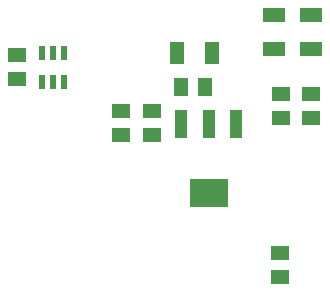
<source format=gbp>
G04 Layer_Color=128*
%FSLAX44Y44*%
%MOMM*%
G71*
G01*
G75*
%ADD13R,1.6002X1.2700*%
%ADD19R,1.2700X1.6002*%
%ADD21R,1.3000X1.8500*%
%ADD37R,0.6000X1.2000*%
%ADD38R,3.3000X2.4000*%
%ADD39R,1.0000X2.4000*%
%ADD40R,1.8500X1.3000*%
D13*
X29008Y-315239D02*
D03*
Y-294919D02*
D03*
X117008Y-362399D02*
D03*
Y-342079D02*
D03*
X143008Y-362399D02*
D03*
Y-342079D02*
D03*
X251008Y-482239D02*
D03*
Y-461919D02*
D03*
X252008Y-327919D02*
D03*
Y-348239D02*
D03*
X278008Y-327919D02*
D03*
Y-348239D02*
D03*
D19*
X188168Y-322079D02*
D03*
X167848D02*
D03*
D21*
X164508Y-293079D02*
D03*
X193508D02*
D03*
D37*
X49508Y-317579D02*
D03*
X59008D02*
D03*
X68508D02*
D03*
Y-292579D02*
D03*
X59008D02*
D03*
X49508D02*
D03*
D38*
X191008Y-411079D02*
D03*
D39*
X214008Y-353079D02*
D03*
X191008Y-353079D02*
D03*
X168008Y-353079D02*
D03*
D40*
X278008Y-260579D02*
D03*
Y-289579D02*
D03*
X246008Y-260579D02*
D03*
Y-289579D02*
D03*
M02*

</source>
